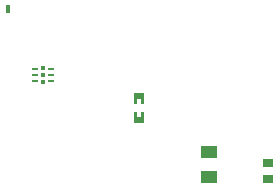
<source format=gtp>
G04 Layer: TopPasteMaskLayer*
G04 EasyEDA v6.5.40, 2024-06-14 14:15:58*
G04 Gerber Generator version 0.2*
G04 Scale: 100 percent, Rotated: No, Reflected: No *
G04 Dimensions in millimeters *
G04 leading zeros omitted , absolute positions ,4 integer and 5 decimal *
%FSLAX45Y45*%
%MOMM*%

%AMMACRO1*21,1,$1,$2,0,0,$3*%
%ADD10R,0.9000X0.8000*%
%ADD11MACRO1,1X1.3995X90.0000*%
%ADD12R,1.3995X1.0000*%
%ADD13R,0.5000X0.2800*%
%ADD14R,0.3000X0.4500*%
%ADD15R,0.3000X0.3000*%
%ADD16R,0.3000X0.7501*%

%LPD*%
G36*
X6426606Y3860647D02*
G01*
X6421577Y3855669D01*
X6421577Y3775659D01*
X6426606Y3770629D01*
X6449364Y3770629D01*
X6449364Y3807663D01*
X6482384Y3807663D01*
X6482384Y3770629D01*
X6506565Y3770629D01*
X6511594Y3775659D01*
X6511594Y3855669D01*
X6506565Y3860647D01*
G37*
G36*
X6426606Y3700627D02*
G01*
X6421577Y3695649D01*
X6421577Y3616655D01*
X6426606Y3611626D01*
X6506565Y3611626D01*
X6511594Y3616655D01*
X6511594Y3695649D01*
X6506565Y3700627D01*
X6482384Y3700627D01*
X6482384Y3662629D01*
X6449364Y3662629D01*
X6449364Y3700627D01*
G37*
D10*
G01*
X7558786Y3272739D03*
G01*
X7558786Y3132759D03*
D11*
G01*
X7063486Y3148520D03*
D12*
G01*
X7063486Y3358565D03*
D13*
G01*
X5588787Y4065523D03*
G01*
X5588787Y4015536D03*
G01*
X5588787Y3965549D03*
D14*
G01*
X5653786Y3955542D03*
D13*
G01*
X5718784Y3965524D03*
G01*
X5718784Y4015536D03*
G01*
X5718784Y4065523D03*
D14*
G01*
X5653786Y4075531D03*
D15*
G01*
X5653786Y4015562D03*
D16*
G01*
X5361686Y4574336D03*
M02*

</source>
